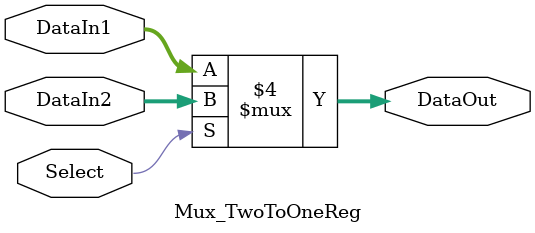
<source format=v>
`timescale 1ns / 1ps


module Mux_TwoToOneReg( Select, DataIn1, DataIn2, DataOut );

    input Select;
    input [4:0] DataIn1;
    input [4:0] DataIn2;
    output reg [4:0] DataOut;

    always@( Select or DataIn1 or DataIn2 ) begin
        if ( Select == 0 )
            DataOut = DataIn1;
        else
            DataOut = DataIn2;
    end

endmodule

</source>
